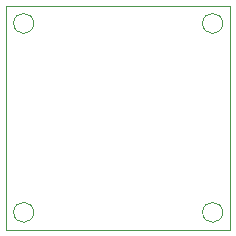
<source format=gbr>
%TF.GenerationSoftware,KiCad,Pcbnew,9.0.5*%
%TF.CreationDate,2025-10-09T16:36:40+08:00*%
%TF.ProjectId,snowshoe-mx,736e6f77-7368-46f6-952d-6d782e6b6963,rev?*%
%TF.SameCoordinates,Original*%
%TF.FileFunction,Profile,NP*%
%FSLAX46Y46*%
G04 Gerber Fmt 4.6, Leading zero omitted, Abs format (unit mm)*
G04 Created by KiCad (PCBNEW 9.0.5) date 2025-10-09 16:36:40*
%MOMM*%
%LPD*%
G01*
G04 APERTURE LIST*
%TA.AperFunction,Profile*%
%ADD10C,0.050000*%
%TD*%
G04 APERTURE END LIST*
D10*
X97850000Y-57000000D02*
G75*
G02*
X96150000Y-57000000I-850000J0D01*
G01*
X96150000Y-57000000D02*
G75*
G02*
X97850000Y-57000000I850000J0D01*
G01*
X113850000Y-73000000D02*
G75*
G02*
X112150000Y-73000000I-850000J0D01*
G01*
X112150000Y-73000000D02*
G75*
G02*
X113850000Y-73000000I850000J0D01*
G01*
X113850000Y-57000000D02*
G75*
G02*
X112150000Y-57000000I-850000J0D01*
G01*
X112150000Y-57000000D02*
G75*
G02*
X113850000Y-57000000I850000J0D01*
G01*
X97850000Y-73000000D02*
G75*
G02*
X96150000Y-73000000I-850000J0D01*
G01*
X96150000Y-73000000D02*
G75*
G02*
X97850000Y-73000000I850000J0D01*
G01*
X95500000Y-55500000D02*
X114500000Y-55500000D01*
X114500000Y-74500000D01*
X95500000Y-74500000D01*
X95500000Y-55500000D01*
M02*

</source>
